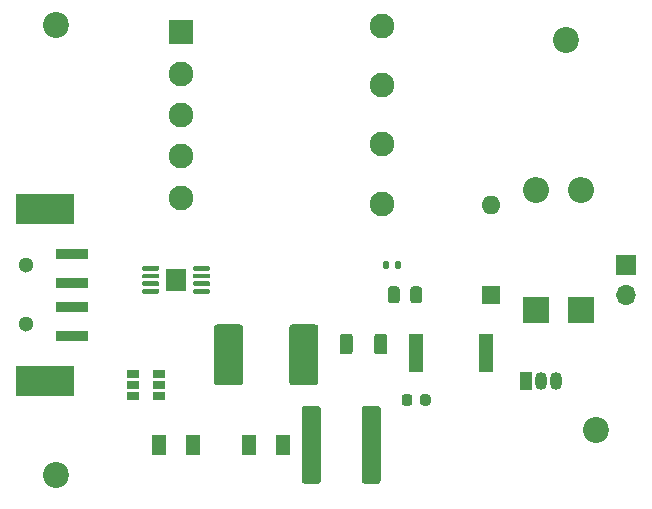
<source format=gbr>
%TF.GenerationSoftware,KiCad,Pcbnew,5.1.9*%
%TF.CreationDate,2021-02-27T11:03:33+05:30*%
%TF.ProjectId,charger,63686172-6765-4722-9e6b-696361645f70,rev?*%
%TF.SameCoordinates,Original*%
%TF.FileFunction,Soldermask,Top*%
%TF.FilePolarity,Negative*%
%FSLAX46Y46*%
G04 Gerber Fmt 4.6, Leading zero omitted, Abs format (unit mm)*
G04 Created by KiCad (PCBNEW 5.1.9) date 2021-02-27 11:03:33*
%MOMM*%
%LPD*%
G01*
G04 APERTURE LIST*
%ADD10C,2.095500*%
%ADD11R,2.095500X2.095500*%
%ADD12R,1.250000X1.820000*%
%ADD13R,1.680000X1.880000*%
%ADD14C,2.200000*%
%ADD15R,5.000000X2.500000*%
%ADD16R,2.800000X0.900000*%
%ADD17C,1.300000*%
%ADD18R,1.260000X3.310000*%
%ADD19R,1.060000X0.650000*%
%ADD20R,1.050000X1.500000*%
%ADD21O,1.050000X1.500000*%
%ADD22O,1.700000X1.700000*%
%ADD23R,1.700000X1.700000*%
%ADD24O,1.600000X1.600000*%
%ADD25R,1.600000X1.600000*%
%ADD26O,2.200000X2.200000*%
%ADD27R,2.200000X2.200000*%
G04 APERTURE END LIST*
D10*
%TO.C,T1*%
X148196300Y-77355700D03*
X148196300Y-72351900D03*
X148196300Y-67348100D03*
X148196300Y-62344300D03*
X131203700Y-76860400D03*
X131203700Y-73355200D03*
X131203700Y-69850000D03*
X131203700Y-66344800D03*
D11*
X131203700Y-62839600D03*
%TD*%
D12*
%TO.C,C5*%
X132240000Y-97790000D03*
X129380000Y-97790000D03*
%TD*%
D13*
%TO.C,U2*%
X130810000Y-83820000D03*
G36*
G01*
X132235000Y-82945000D02*
X132235000Y-82745000D01*
G75*
G02*
X132335000Y-82645000I100000J0D01*
G01*
X133585000Y-82645000D01*
G75*
G02*
X133685000Y-82745000I0J-100000D01*
G01*
X133685000Y-82945000D01*
G75*
G02*
X133585000Y-83045000I-100000J0D01*
G01*
X132335000Y-83045000D01*
G75*
G02*
X132235000Y-82945000I0J100000D01*
G01*
G37*
G36*
G01*
X132235000Y-83595000D02*
X132235000Y-83395000D01*
G75*
G02*
X132335000Y-83295000I100000J0D01*
G01*
X133585000Y-83295000D01*
G75*
G02*
X133685000Y-83395000I0J-100000D01*
G01*
X133685000Y-83595000D01*
G75*
G02*
X133585000Y-83695000I-100000J0D01*
G01*
X132335000Y-83695000D01*
G75*
G02*
X132235000Y-83595000I0J100000D01*
G01*
G37*
G36*
G01*
X132235000Y-84245000D02*
X132235000Y-84045000D01*
G75*
G02*
X132335000Y-83945000I100000J0D01*
G01*
X133585000Y-83945000D01*
G75*
G02*
X133685000Y-84045000I0J-100000D01*
G01*
X133685000Y-84245000D01*
G75*
G02*
X133585000Y-84345000I-100000J0D01*
G01*
X132335000Y-84345000D01*
G75*
G02*
X132235000Y-84245000I0J100000D01*
G01*
G37*
G36*
G01*
X132235000Y-84895000D02*
X132235000Y-84695000D01*
G75*
G02*
X132335000Y-84595000I100000J0D01*
G01*
X133585000Y-84595000D01*
G75*
G02*
X133685000Y-84695000I0J-100000D01*
G01*
X133685000Y-84895000D01*
G75*
G02*
X133585000Y-84995000I-100000J0D01*
G01*
X132335000Y-84995000D01*
G75*
G02*
X132235000Y-84895000I0J100000D01*
G01*
G37*
G36*
G01*
X127935000Y-84895000D02*
X127935000Y-84695000D01*
G75*
G02*
X128035000Y-84595000I100000J0D01*
G01*
X129285000Y-84595000D01*
G75*
G02*
X129385000Y-84695000I0J-100000D01*
G01*
X129385000Y-84895000D01*
G75*
G02*
X129285000Y-84995000I-100000J0D01*
G01*
X128035000Y-84995000D01*
G75*
G02*
X127935000Y-84895000I0J100000D01*
G01*
G37*
G36*
G01*
X127935000Y-84245000D02*
X127935000Y-84045000D01*
G75*
G02*
X128035000Y-83945000I100000J0D01*
G01*
X129285000Y-83945000D01*
G75*
G02*
X129385000Y-84045000I0J-100000D01*
G01*
X129385000Y-84245000D01*
G75*
G02*
X129285000Y-84345000I-100000J0D01*
G01*
X128035000Y-84345000D01*
G75*
G02*
X127935000Y-84245000I0J100000D01*
G01*
G37*
G36*
G01*
X127935000Y-83595000D02*
X127935000Y-83395000D01*
G75*
G02*
X128035000Y-83295000I100000J0D01*
G01*
X129285000Y-83295000D01*
G75*
G02*
X129385000Y-83395000I0J-100000D01*
G01*
X129385000Y-83595000D01*
G75*
G02*
X129285000Y-83695000I-100000J0D01*
G01*
X128035000Y-83695000D01*
G75*
G02*
X127935000Y-83595000I0J100000D01*
G01*
G37*
G36*
G01*
X127935000Y-82945000D02*
X127935000Y-82745000D01*
G75*
G02*
X128035000Y-82645000I100000J0D01*
G01*
X129285000Y-82645000D01*
G75*
G02*
X129385000Y-82745000I0J-100000D01*
G01*
X129385000Y-82945000D01*
G75*
G02*
X129285000Y-83045000I-100000J0D01*
G01*
X128035000Y-83045000D01*
G75*
G02*
X127935000Y-82945000I0J100000D01*
G01*
G37*
%TD*%
D12*
%TO.C,C4*%
X139860000Y-97790000D03*
X137000000Y-97790000D03*
%TD*%
D14*
%TO.C,H4*%
X120650000Y-62230000D03*
%TD*%
%TO.C,H3*%
X166370000Y-96520000D03*
%TD*%
%TO.C,H2*%
X120650000Y-100330000D03*
%TD*%
%TO.C,H1*%
X163830000Y-63500000D03*
%TD*%
D15*
%TO.C,J1*%
X119710000Y-92340000D03*
X119710000Y-77840000D03*
D16*
X121960000Y-86090000D03*
X121960000Y-81590000D03*
X121960000Y-84090000D03*
X121960000Y-88590000D03*
D17*
X118110000Y-87590000D03*
X118110000Y-82590000D03*
%TD*%
D18*
%TO.C,R1*%
X157031000Y-90046000D03*
X151081000Y-90046000D03*
%TD*%
D19*
%TO.C,U1*%
X129370000Y-92710000D03*
X129370000Y-91760000D03*
X129370000Y-93660000D03*
X127170000Y-93660000D03*
X127170000Y-92710000D03*
X127170000Y-91760000D03*
%TD*%
%TO.C,R3*%
G36*
G01*
X148860000Y-82365000D02*
X148860000Y-82735000D01*
G75*
G02*
X148725000Y-82870000I-135000J0D01*
G01*
X148455000Y-82870000D01*
G75*
G02*
X148320000Y-82735000I0J135000D01*
G01*
X148320000Y-82365000D01*
G75*
G02*
X148455000Y-82230000I135000J0D01*
G01*
X148725000Y-82230000D01*
G75*
G02*
X148860000Y-82365000I0J-135000D01*
G01*
G37*
G36*
G01*
X149880000Y-82365000D02*
X149880000Y-82735000D01*
G75*
G02*
X149745000Y-82870000I-135000J0D01*
G01*
X149475000Y-82870000D01*
G75*
G02*
X149340000Y-82735000I0J135000D01*
G01*
X149340000Y-82365000D01*
G75*
G02*
X149475000Y-82230000I135000J0D01*
G01*
X149745000Y-82230000D01*
G75*
G02*
X149880000Y-82365000I0J-135000D01*
G01*
G37*
%TD*%
%TO.C,R2*%
G36*
G01*
X147570000Y-89885002D02*
X147570000Y-88634998D01*
G75*
G02*
X147819998Y-88385000I249998J0D01*
G01*
X148445002Y-88385000D01*
G75*
G02*
X148695000Y-88634998I0J-249998D01*
G01*
X148695000Y-89885002D01*
G75*
G02*
X148445002Y-90135000I-249998J0D01*
G01*
X147819998Y-90135000D01*
G75*
G02*
X147570000Y-89885002I0J249998D01*
G01*
G37*
G36*
G01*
X144645000Y-89885002D02*
X144645000Y-88634998D01*
G75*
G02*
X144894998Y-88385000I249998J0D01*
G01*
X145520002Y-88385000D01*
G75*
G02*
X145770000Y-88634998I0J-249998D01*
G01*
X145770000Y-89885002D01*
G75*
G02*
X145520002Y-90135000I-249998J0D01*
G01*
X144894998Y-90135000D01*
G75*
G02*
X144645000Y-89885002I0J249998D01*
G01*
G37*
%TD*%
D20*
%TO.C,Q1*%
X160420000Y-92420000D03*
D21*
X162960000Y-92420000D03*
X161690000Y-92420000D03*
%TD*%
D22*
%TO.C,P1*%
X168910000Y-85090000D03*
D23*
X168910000Y-82550000D03*
%TD*%
%TO.C,D4*%
G36*
G01*
X140380000Y-92495001D02*
X140380000Y-87844999D01*
G75*
G02*
X140629999Y-87595000I249999J0D01*
G01*
X142605001Y-87595000D01*
G75*
G02*
X142855000Y-87844999I0J-249999D01*
G01*
X142855000Y-92495001D01*
G75*
G02*
X142605001Y-92745000I-249999J0D01*
G01*
X140629999Y-92745000D01*
G75*
G02*
X140380000Y-92495001I0J249999D01*
G01*
G37*
G36*
G01*
X134005000Y-92495001D02*
X134005000Y-87844999D01*
G75*
G02*
X134254999Y-87595000I249999J0D01*
G01*
X136230001Y-87595000D01*
G75*
G02*
X136480000Y-87844999I0J-249999D01*
G01*
X136480000Y-92495001D01*
G75*
G02*
X136230001Y-92745000I-249999J0D01*
G01*
X134254999Y-92745000D01*
G75*
G02*
X134005000Y-92495001I0J249999D01*
G01*
G37*
%TD*%
D24*
%TO.C,D3*%
X157480000Y-77470000D03*
D25*
X157480000Y-85090000D03*
%TD*%
D26*
%TO.C,D2*%
X161290000Y-76200000D03*
D27*
X161290000Y-86360000D03*
%TD*%
D26*
%TO.C,D1*%
X165100000Y-76200000D03*
D27*
X165100000Y-86360000D03*
%TD*%
%TO.C,C3*%
G36*
G01*
X151455000Y-94230000D02*
X151455000Y-93730000D01*
G75*
G02*
X151680000Y-93505000I225000J0D01*
G01*
X152130000Y-93505000D01*
G75*
G02*
X152355000Y-93730000I0J-225000D01*
G01*
X152355000Y-94230000D01*
G75*
G02*
X152130000Y-94455000I-225000J0D01*
G01*
X151680000Y-94455000D01*
G75*
G02*
X151455000Y-94230000I0J225000D01*
G01*
G37*
G36*
G01*
X149905000Y-94230000D02*
X149905000Y-93730000D01*
G75*
G02*
X150130000Y-93505000I225000J0D01*
G01*
X150580000Y-93505000D01*
G75*
G02*
X150805000Y-93730000I0J-225000D01*
G01*
X150805000Y-94230000D01*
G75*
G02*
X150580000Y-94455000I-225000J0D01*
G01*
X150130000Y-94455000D01*
G75*
G02*
X149905000Y-94230000I0J225000D01*
G01*
G37*
%TD*%
%TO.C,C2*%
G36*
G01*
X150630000Y-85565000D02*
X150630000Y-84615000D01*
G75*
G02*
X150880000Y-84365000I250000J0D01*
G01*
X151380000Y-84365000D01*
G75*
G02*
X151630000Y-84615000I0J-250000D01*
G01*
X151630000Y-85565000D01*
G75*
G02*
X151380000Y-85815000I-250000J0D01*
G01*
X150880000Y-85815000D01*
G75*
G02*
X150630000Y-85565000I0J250000D01*
G01*
G37*
G36*
G01*
X148730000Y-85565000D02*
X148730000Y-84615000D01*
G75*
G02*
X148980000Y-84365000I250000J0D01*
G01*
X149480000Y-84365000D01*
G75*
G02*
X149730000Y-84615000I0J-250000D01*
G01*
X149730000Y-85565000D01*
G75*
G02*
X149480000Y-85815000I-250000J0D01*
G01*
X148980000Y-85815000D01*
G75*
G02*
X148730000Y-85565000I0J250000D01*
G01*
G37*
%TD*%
%TO.C,C1*%
G36*
G01*
X146505000Y-100840002D02*
X146505000Y-94739998D01*
G75*
G02*
X146754998Y-94490000I249998J0D01*
G01*
X147880002Y-94490000D01*
G75*
G02*
X148130000Y-94739998I0J-249998D01*
G01*
X148130000Y-100840002D01*
G75*
G02*
X147880002Y-101090000I-249998J0D01*
G01*
X146754998Y-101090000D01*
G75*
G02*
X146505000Y-100840002I0J249998D01*
G01*
G37*
G36*
G01*
X141430000Y-100840002D02*
X141430000Y-94739998D01*
G75*
G02*
X141679998Y-94490000I249998J0D01*
G01*
X142805002Y-94490000D01*
G75*
G02*
X143055000Y-94739998I0J-249998D01*
G01*
X143055000Y-100840002D01*
G75*
G02*
X142805002Y-101090000I-249998J0D01*
G01*
X141679998Y-101090000D01*
G75*
G02*
X141430000Y-100840002I0J249998D01*
G01*
G37*
%TD*%
M02*

</source>
